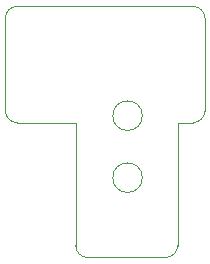
<source format=gbr>
%TF.GenerationSoftware,KiCad,Pcbnew,9.0.0*%
%TF.CreationDate,2025-08-30T20:52:42+01:00*%
%TF.ProjectId,030,3033302e-6b69-4636-9164-5f7063625858,rev?*%
%TF.SameCoordinates,Original*%
%TF.FileFunction,Profile,NP*%
%FSLAX46Y46*%
G04 Gerber Fmt 4.6, Leading zero omitted, Abs format (unit mm)*
G04 Created by KiCad (PCBNEW 9.0.0) date 2025-08-30 20:52:42*
%MOMM*%
%LPD*%
G01*
G04 APERTURE LIST*
%TA.AperFunction,Profile*%
%ADD10C,0.050000*%
%TD*%
G04 APERTURE END LIST*
D10*
X110492000Y-72650000D02*
X110492000Y-62230000D01*
X107499556Y-66900000D02*
G75*
G02*
X104999558Y-66900000I-1249999J0D01*
G01*
X104999558Y-66900000D02*
G75*
G02*
X107499556Y-66900000I1249999J0D01*
G01*
X110492000Y-62230000D02*
X111800000Y-62230000D01*
X112800000Y-61230000D02*
X112800000Y-53400000D01*
X102856000Y-73650000D02*
G75*
G02*
X101856000Y-72650000I0J1000000D01*
G01*
X95900000Y-53400000D02*
X95900000Y-61230000D01*
X112800000Y-61230000D02*
G75*
G02*
X111800000Y-62230000I-1000000J0D01*
G01*
X107501999Y-61650000D02*
G75*
G02*
X105002001Y-61650000I-1249999J0D01*
G01*
X105002001Y-61650000D02*
G75*
G02*
X107501999Y-61650000I1249999J0D01*
G01*
X95900000Y-53400000D02*
G75*
G02*
X96900000Y-52400000I1000000J0D01*
G01*
X101856000Y-62230000D02*
X101856000Y-72650000D01*
X96900000Y-62230000D02*
G75*
G02*
X95900000Y-61230000I0J1000000D01*
G01*
X111800000Y-52400000D02*
X96900000Y-52400000D01*
X102856000Y-73650000D02*
X109492000Y-73650000D01*
X96900000Y-62230000D02*
X101856000Y-62230000D01*
X111800000Y-52400000D02*
G75*
G02*
X112800000Y-53400000I0J-1000000D01*
G01*
X110492000Y-72650000D02*
G75*
G02*
X109492000Y-73650000I-1000000J0D01*
G01*
M02*

</source>
